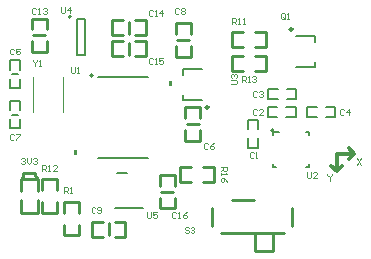
<source format=gto>
G04*
G04 #@! TF.GenerationSoftware,Altium Limited,Altium Designer,20.0.2 (26)*
G04*
G04 Layer_Color=65535*
%FSLAX25Y25*%
%MOIN*%
G70*
G01*
G75*
%ADD10C,0.00787*%
%ADD11C,0.00984*%
%ADD12C,0.01181*%
%ADD13C,0.01000*%
%ADD14C,0.00600*%
%ADD15C,0.00591*%
%ADD16C,0.00394*%
%ADD17C,0.00472*%
G36*
X30132Y30234D02*
X29131D01*
Y28734D01*
X30132D01*
Y30234D01*
D02*
G37*
G36*
X60931Y53266D02*
X61932D01*
Y51766D01*
X60931D01*
Y53266D01*
D02*
G37*
D10*
X28201Y74685D02*
G03*
X28201Y74685I-394J0D01*
G01*
X35531Y55000D02*
G03*
X35531Y55000I-500J0D01*
G01*
X95657Y36811D02*
G03*
X95657Y36811I-394J0D01*
G01*
X42868Y10795D02*
X52021D01*
X43655Y22605D02*
X46903D01*
X30154Y74102D02*
X32909D01*
X30154Y61898D02*
X32909D01*
X30154D02*
Y74102D01*
X32909Y61898D02*
Y74102D01*
X65610Y57118D02*
X72008D01*
X65610Y46882D02*
X72008D01*
X65610D02*
Y48654D01*
Y55347D02*
Y57118D01*
X95657Y36417D02*
X97626D01*
X107468Y35433D02*
Y36417D01*
X95657Y24607D02*
Y25591D01*
Y24607D02*
X95658Y24606D01*
X96642D01*
X106484D02*
X107469D01*
X107468Y24606D02*
X107469Y24606D01*
X107468Y24606D02*
Y25591D01*
X95657Y35433D02*
Y36417D01*
X106484D02*
X107468D01*
X103055Y57882D02*
X109453D01*
X103055Y68118D02*
X109453D01*
Y66347D02*
Y68118D01*
Y57882D02*
Y59654D01*
D11*
X74024Y44508D02*
G03*
X74024Y44508I-492J0D01*
G01*
X102024Y70492D02*
G03*
X102024Y70492I-492J0D01*
G01*
D12*
X116800Y23300D02*
Y29100D01*
Y23300D02*
X118500Y25000D01*
X115000D02*
X116700Y23300D01*
X120900Y27300D02*
X122600Y29000D01*
Y29100D01*
X120800Y30800D02*
X120900D01*
X122600Y29100D01*
X120800Y30800D02*
X120900D01*
X116800Y29100D02*
X122600D01*
D13*
X81842Y13500D02*
X89342D01*
X75343Y5000D02*
Y11000D01*
X101720Y5000D02*
Y11000D01*
X78031Y2500D02*
X99032D01*
X95531Y-3500D02*
Y2488D01*
X89531Y-3500D02*
X95531D01*
X89531D02*
Y2488D01*
X64550Y24500D02*
X68150D01*
X64550Y19500D02*
Y24500D01*
Y19500D02*
X68150D01*
X72150D02*
X75750D01*
X72150Y24500D02*
X75750D01*
Y19500D02*
Y24500D01*
X25932Y1800D02*
Y5400D01*
Y1800D02*
X30931D01*
Y5400D01*
Y9400D02*
Y13000D01*
X25932Y9400D02*
Y13000D01*
X30931D01*
X66831Y39000D02*
X70832D01*
X71332Y33400D02*
Y37000D01*
X66331Y33400D02*
X71332D01*
X66331D02*
Y37000D01*
Y41000D02*
Y44600D01*
X71332D01*
Y41000D02*
Y44600D01*
X89531Y56500D02*
X93132D01*
Y61500D01*
X89531D02*
X93132D01*
X81932D02*
X85532D01*
X81932Y56500D02*
X85532D01*
X81932D02*
Y61500D01*
X58232Y16400D02*
X62231D01*
X62731Y10800D02*
Y14400D01*
X57731Y10800D02*
X62731D01*
X57731D02*
Y14400D01*
Y18400D02*
Y22000D01*
X62731D01*
Y18400D02*
Y22000D01*
X15631Y68500D02*
X19632D01*
X20132Y62900D02*
Y66500D01*
X15132Y62900D02*
X20132D01*
X15132D02*
Y66500D01*
Y70500D02*
Y74100D01*
X20132D01*
Y70500D02*
Y74100D01*
X47532Y69000D02*
Y73000D01*
X41932Y68500D02*
X45531D01*
X41932D02*
Y73500D01*
X45531D01*
X49531D02*
X53132D01*
Y68500D02*
Y73500D01*
X49531Y68500D02*
X53132D01*
X47532Y62000D02*
Y66000D01*
X49531Y66500D02*
X53132D01*
Y61500D02*
Y66500D01*
X49531Y61500D02*
X53132D01*
X41932D02*
X45531D01*
X41932D02*
Y66500D01*
X45531D01*
X81932Y69500D02*
X85532D01*
X81932Y64500D02*
Y69500D01*
Y64500D02*
X85532D01*
X89531D02*
X93132D01*
X89531Y69500D02*
X93132D01*
Y64500D02*
Y69500D01*
X18632Y9300D02*
Y12900D01*
Y9300D02*
X23631D01*
Y12900D01*
Y16900D02*
Y20500D01*
X18632Y16900D02*
Y20500D01*
X23631D01*
X16231Y21500D02*
X17031Y20700D01*
X16231Y21500D02*
Y22600D01*
X11631Y20700D02*
X12331Y21400D01*
Y22600D01*
X16231D01*
X11631Y20700D02*
X17031D01*
X11631Y16500D02*
Y20700D01*
Y9300D02*
Y13700D01*
Y9300D02*
X17031D01*
Y13500D01*
Y16500D02*
Y20700D01*
X63032Y61400D02*
Y65000D01*
Y61400D02*
X68032D01*
Y65000D01*
Y69000D02*
Y72600D01*
X63032D02*
X68032D01*
X63032Y69000D02*
Y72600D01*
X63532Y67000D02*
X67532D01*
X35131Y6400D02*
X38732D01*
X35131Y1400D02*
Y6400D01*
Y1400D02*
X38732D01*
X42731D02*
X46332D01*
Y6400D01*
X42731D02*
X46332D01*
X40731Y1900D02*
Y5900D01*
D14*
X37190Y54500D02*
X53873D01*
X37190Y27500D02*
X53873D01*
D15*
X90603Y37139D02*
Y40128D01*
X87060D02*
X90603D01*
X87060Y37139D02*
Y40128D01*
Y31072D02*
Y34139D01*
Y31072D02*
X90603D01*
Y34139D01*
X113071Y41228D02*
X116059D01*
Y44772D01*
X113071D02*
X116059D01*
X107004D02*
X110071D01*
X107004Y41228D02*
Y44772D01*
Y41228D02*
X110071D01*
X100071Y47228D02*
X103059D01*
Y50772D01*
X100071D02*
X103059D01*
X94004D02*
X97071D01*
X94004Y47228D02*
Y50772D01*
Y47228D02*
X97071D01*
X94004Y44772D02*
X96992D01*
X94004Y41228D02*
Y44772D01*
Y41228D02*
X96992D01*
X99992D02*
X103059D01*
Y44772D01*
X99992D02*
X103059D01*
X7760Y57061D02*
Y60128D01*
X11303D01*
Y57061D02*
Y60128D01*
Y51072D02*
Y54061D01*
X7760Y51072D02*
X11303D01*
X7760D02*
Y54061D01*
X8548Y55600D02*
X10516D01*
X11303Y37572D02*
Y40639D01*
X7760Y37572D02*
X11303D01*
X7760D02*
Y40639D01*
Y43639D02*
Y46628D01*
X11303D01*
Y43639D02*
Y46628D01*
X8546Y42100D02*
X10515D01*
D16*
X15413Y42794D02*
Y54606D01*
X25650Y42794D02*
Y54606D01*
X78166Y24460D02*
X80134D01*
Y23476D01*
X79806Y23148D01*
X79150D01*
X78822Y23476D01*
Y24460D01*
Y23804D02*
X78166Y23148D01*
Y22492D02*
Y21836D01*
Y22164D01*
X80134D01*
X79806Y22492D01*
X80134Y19540D02*
X79806Y20196D01*
X79150Y20852D01*
X78494D01*
X78166Y20524D01*
Y19868D01*
X78494Y19540D01*
X78822D01*
X79150Y19868D01*
Y20852D01*
X9204Y35256D02*
X8875Y35584D01*
X8220D01*
X7892Y35256D01*
Y33944D01*
X8220Y33616D01*
X8875D01*
X9204Y33944D01*
X9860Y35584D02*
X11171D01*
Y35256D01*
X9860Y33944D01*
Y33616D01*
X9204Y63756D02*
X8875Y64084D01*
X8220D01*
X7892Y63756D01*
Y62444D01*
X8220Y62116D01*
X8875D01*
X9204Y62444D01*
X11171Y64084D02*
X9860D01*
Y63100D01*
X10515Y63428D01*
X10843D01*
X11171Y63100D01*
Y62444D01*
X10843Y62116D01*
X10187D01*
X9860Y62444D01*
X53492Y9684D02*
Y8044D01*
X53820Y7716D01*
X54475D01*
X54804Y8044D01*
Y9684D01*
X56771D02*
X55459D01*
Y8700D01*
X56115Y9028D01*
X56443D01*
X56771Y8700D01*
Y8044D01*
X56443Y7716D01*
X55787D01*
X55459Y8044D01*
X67372Y4356D02*
X67044Y4684D01*
X66388D01*
X66060Y4356D01*
Y4028D01*
X66388Y3700D01*
X67044D01*
X67372Y3372D01*
Y3044D01*
X67044Y2716D01*
X66388D01*
X66060Y3044D01*
X68028Y4356D02*
X68356Y4684D01*
X69012D01*
X69340Y4356D01*
Y4028D01*
X69012Y3700D01*
X68684D01*
X69012D01*
X69340Y3372D01*
Y3044D01*
X69012Y2716D01*
X68356D01*
X68028Y3044D01*
X63084Y9306D02*
X62756Y9634D01*
X62100D01*
X61772Y9306D01*
Y7994D01*
X62100Y7666D01*
X62756D01*
X63084Y7994D01*
X63740Y7666D02*
X64395D01*
X64068D01*
Y9634D01*
X63740Y9306D01*
X66691Y9634D02*
X66035Y9306D01*
X65379Y8650D01*
Y7994D01*
X65707Y7666D01*
X66363D01*
X66691Y7994D01*
Y8322D01*
X66363Y8650D01*
X65379D01*
X15631Y60337D02*
Y60009D01*
X16287Y59353D01*
X16943Y60009D01*
Y60337D01*
X16287Y59353D02*
Y58369D01*
X17599D02*
X18255D01*
X17927D01*
Y60337D01*
X17599Y60009D01*
X24892Y77984D02*
Y76344D01*
X25220Y76016D01*
X25875D01*
X26204Y76344D01*
Y77984D01*
X27843Y76016D02*
Y77984D01*
X26860Y77000D01*
X28171D01*
X81548Y52360D02*
X83188D01*
X83515Y52688D01*
Y53344D01*
X83188Y53672D01*
X81548D01*
X81875Y54328D02*
X81548Y54656D01*
Y55312D01*
X81875Y55640D01*
X82204D01*
X82531Y55312D01*
Y54984D01*
Y55312D01*
X82859Y55640D01*
X83188D01*
X83515Y55312D01*
Y54656D01*
X83188Y54328D01*
X106892Y22984D02*
Y21344D01*
X107220Y21016D01*
X107876D01*
X108203Y21344D01*
Y22984D01*
X110171Y21016D02*
X108860D01*
X110171Y22328D01*
Y22656D01*
X109843Y22984D01*
X109187D01*
X108860Y22656D01*
X28220Y57984D02*
Y56344D01*
X28548Y56016D01*
X29204D01*
X29531Y56344D01*
Y57984D01*
X30187Y56016D02*
X30843D01*
X30515D01*
Y57984D01*
X30187Y57656D01*
X85072Y53016D02*
Y54984D01*
X86056D01*
X86384Y54656D01*
Y54000D01*
X86056Y53672D01*
X85072D01*
X85728D02*
X86384Y53016D01*
X87040D02*
X87695D01*
X87367D01*
Y54984D01*
X87040Y54656D01*
X88679D02*
X89007Y54984D01*
X89663D01*
X89991Y54656D01*
Y54328D01*
X89663Y54000D01*
X89335D01*
X89663D01*
X89991Y53672D01*
Y53344D01*
X89663Y53016D01*
X89007D01*
X88679Y53344D01*
X18531Y23400D02*
Y25368D01*
X19515D01*
X19843Y25040D01*
Y24384D01*
X19515Y24056D01*
X18531D01*
X19187D02*
X19843Y23400D01*
X20499D02*
X21155D01*
X20827D01*
Y25368D01*
X20499Y25040D01*
X23451Y23400D02*
X22139D01*
X23451Y24712D01*
Y25040D01*
X23123Y25368D01*
X22467D01*
X22139Y25040D01*
X81832Y72400D02*
Y74368D01*
X82815D01*
X83143Y74040D01*
Y73384D01*
X82815Y73056D01*
X81832D01*
X82487D02*
X83143Y72400D01*
X83799D02*
X84455D01*
X84127D01*
Y74368D01*
X83799Y74040D01*
X85439Y72400D02*
X86095D01*
X85767D01*
Y74368D01*
X85439Y74040D01*
X25831Y15900D02*
Y17868D01*
X26815D01*
X27143Y17540D01*
Y16884D01*
X26815Y16556D01*
X25831D01*
X26487D02*
X27143Y15900D01*
X27799D02*
X28455D01*
X28127D01*
Y17868D01*
X27799Y17540D01*
X99443Y74228D02*
Y75540D01*
X99115Y75868D01*
X98460D01*
X98132Y75540D01*
Y74228D01*
X98460Y73900D01*
X99115D01*
X98787Y74556D02*
X99443Y73900D01*
X99115D02*
X99443Y74228D01*
X100099Y73900D02*
X100755D01*
X100427D01*
Y75868D01*
X100099Y75540D01*
X11531Y27140D02*
X11859Y27468D01*
X12515D01*
X12843Y27140D01*
Y26812D01*
X12515Y26484D01*
X12187D01*
X12515D01*
X12843Y26156D01*
Y25828D01*
X12515Y25500D01*
X11859D01*
X11531Y25828D01*
X13499Y27468D02*
Y26156D01*
X14155Y25500D01*
X14811Y26156D01*
Y27468D01*
X15467Y27140D02*
X15795Y27468D01*
X16451D01*
X16779Y27140D01*
Y26812D01*
X16451Y26484D01*
X16123D01*
X16451D01*
X16779Y26156D01*
Y25828D01*
X16451Y25500D01*
X15795D01*
X15467Y25828D01*
X55384Y60656D02*
X55056Y60984D01*
X54400D01*
X54072Y60656D01*
Y59344D01*
X54400Y59016D01*
X55056D01*
X55384Y59344D01*
X56040Y59016D02*
X56695D01*
X56367D01*
Y60984D01*
X56040Y60656D01*
X58991Y60984D02*
X57679D01*
Y60000D01*
X58335Y60328D01*
X58663D01*
X58991Y60000D01*
Y59344D01*
X58663Y59016D01*
X58007D01*
X57679Y59344D01*
X55384Y76656D02*
X55056Y76984D01*
X54400D01*
X54072Y76656D01*
Y75344D01*
X54400Y75016D01*
X55056D01*
X55384Y75344D01*
X56040Y75016D02*
X56695D01*
X56367D01*
Y76984D01*
X56040Y76656D01*
X58663Y75016D02*
Y76984D01*
X57679Y76000D01*
X58991D01*
X16484Y77156D02*
X16156Y77484D01*
X15500D01*
X15172Y77156D01*
Y75844D01*
X15500Y75516D01*
X16156D01*
X16484Y75844D01*
X17140Y75516D02*
X17796D01*
X17468D01*
Y77484D01*
X17140Y77156D01*
X18779D02*
X19107Y77484D01*
X19763D01*
X20091Y77156D01*
Y76828D01*
X19763Y76500D01*
X19435D01*
X19763D01*
X20091Y76172D01*
Y75844D01*
X19763Y75516D01*
X19107D01*
X18779Y75844D01*
X36343Y10940D02*
X36015Y11268D01*
X35359D01*
X35032Y10940D01*
Y9628D01*
X35359Y9300D01*
X36015D01*
X36343Y9628D01*
X36999D02*
X37327Y9300D01*
X37983D01*
X38311Y9628D01*
Y10940D01*
X37983Y11268D01*
X37327D01*
X36999Y10940D01*
Y10612D01*
X37327Y10284D01*
X38311D01*
X64243Y77140D02*
X63915Y77468D01*
X63260D01*
X62932Y77140D01*
Y75828D01*
X63260Y75500D01*
X63915D01*
X64243Y75828D01*
X64899Y77140D02*
X65227Y77468D01*
X65883D01*
X66211Y77140D01*
Y76812D01*
X65883Y76484D01*
X66211Y76156D01*
Y75828D01*
X65883Y75500D01*
X65227D01*
X64899Y75828D01*
Y76156D01*
X65227Y76484D01*
X64899Y76812D01*
Y77140D01*
X65227Y76484D02*
X65883D01*
X73904Y32256D02*
X73576Y32584D01*
X72920D01*
X72592Y32256D01*
Y30944D01*
X72920Y30616D01*
X73576D01*
X73904Y30944D01*
X75871Y32584D02*
X75215Y32256D01*
X74559Y31600D01*
Y30944D01*
X74888Y30616D01*
X75543D01*
X75871Y30944D01*
Y31272D01*
X75543Y31600D01*
X74559D01*
X119203Y43656D02*
X118876Y43984D01*
X118220D01*
X117892Y43656D01*
Y42344D01*
X118220Y42016D01*
X118876D01*
X119203Y42344D01*
X120843Y42016D02*
Y43984D01*
X119860Y43000D01*
X121171D01*
X90203Y49656D02*
X89876Y49984D01*
X89220D01*
X88892Y49656D01*
Y48344D01*
X89220Y48016D01*
X89876D01*
X90203Y48344D01*
X90860Y49656D02*
X91188Y49984D01*
X91843D01*
X92171Y49656D01*
Y49328D01*
X91843Y49000D01*
X91515D01*
X91843D01*
X92171Y48672D01*
Y48344D01*
X91843Y48016D01*
X91188D01*
X90860Y48344D01*
X90203Y43656D02*
X89876Y43984D01*
X89220D01*
X88892Y43656D01*
Y42344D01*
X89220Y42016D01*
X89876D01*
X90203Y42344D01*
X92171Y42016D02*
X90860D01*
X92171Y43328D01*
Y43656D01*
X91843Y43984D01*
X91188D01*
X90860Y43656D01*
X89031Y29256D02*
X88704Y29584D01*
X88048D01*
X87720Y29256D01*
Y27944D01*
X88048Y27616D01*
X88704D01*
X89031Y27944D01*
X89688Y27616D02*
X90343D01*
X90015D01*
Y29584D01*
X89688Y29256D01*
D17*
X113672Y22334D02*
Y21940D01*
X114460Y21153D01*
X115247Y21940D01*
Y22334D01*
X114460Y21153D02*
Y19972D01*
X123372Y27534D02*
X124947Y25172D01*
Y27534D02*
X123372Y25172D01*
M02*

</source>
